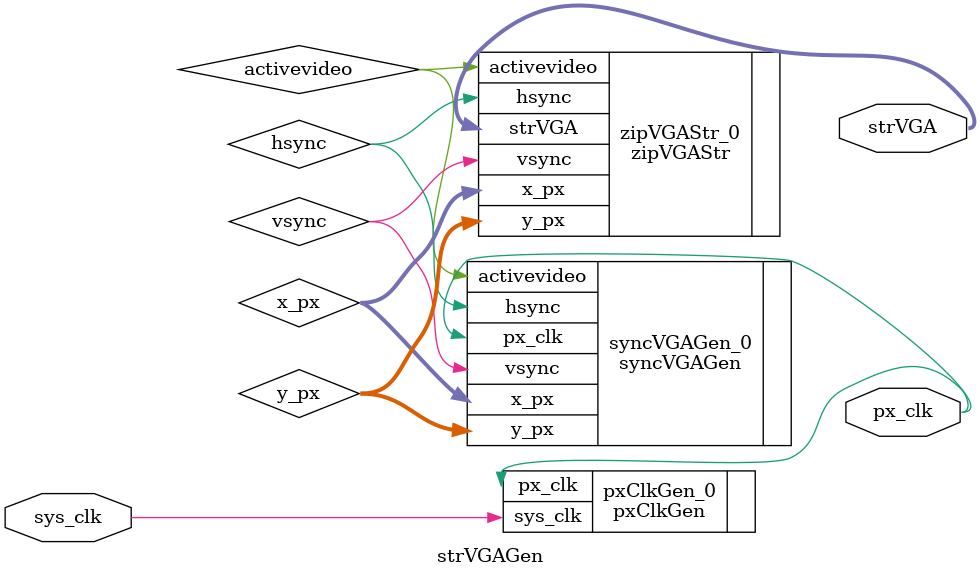
<source format=v>
module strVGAGen (
    input  wire sys_clk,            // System clock.
    output wire px_clk,             // Pixel clock.
    output wire [22:0] strVGA       // Stream VGA output.
);

wire [9:0] x_px;
wire [9:0] y_px;
wire hsync;
wire vsync;
wire activevideo;

// Pixel clock generator.
pxClkGen pxClkGen_0 (
    .sys_clk (sys_clk),
    .px_clk (px_clk)
);

// From pixel clock to sync.
syncVGAGen syncVGAGen_0 (
    .px_clk(px_clk),
    .x_px(x_px),
    .y_px(y_px),
    .hsync(hsync),
    .vsync(vsync),
    .activevideo(activevideo)
);

// From sync to stream VGA.
zipVGAStr zipVGAStr_0 (
    .x_px(x_px),
    .y_px(y_px),
    .hsync(hsync),
    .vsync(vsync),
    .activevideo(activevideo),
    .strVGA(strVGA)
);

endmodule

</source>
